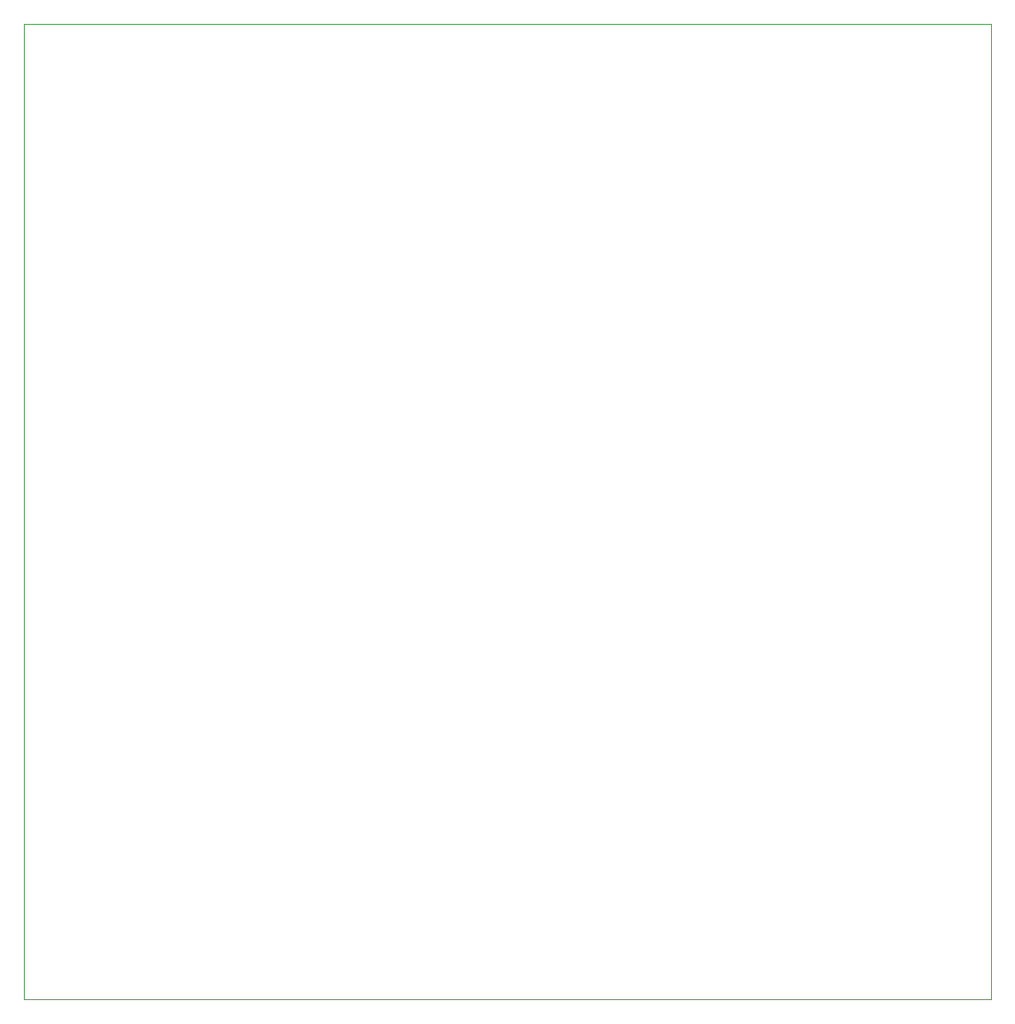
<source format=gbr>
%TF.GenerationSoftware,Altium Limited,Altium Designer,23.2.1 (34)*%
G04 Layer_Color=0*
%FSLAX45Y45*%
%MOMM*%
%TF.SameCoordinates,1902C08B-136C-4458-83E6-530DFDDA9E5F*%
%TF.FilePolarity,Positive*%
%TF.FileFunction,Profile,NP*%
%TF.Part,Single*%
G01*
G75*
%TA.AperFunction,Profile*%
%ADD144C,0.02540*%
D144*
X10900000Y2100000D02*
X20820000D01*
Y12100000D01*
X10900000D01*
Y2100000D01*
%TF.MD5,4a08765cf7cc00c61a538f232957fdbf*%
M02*

</source>
